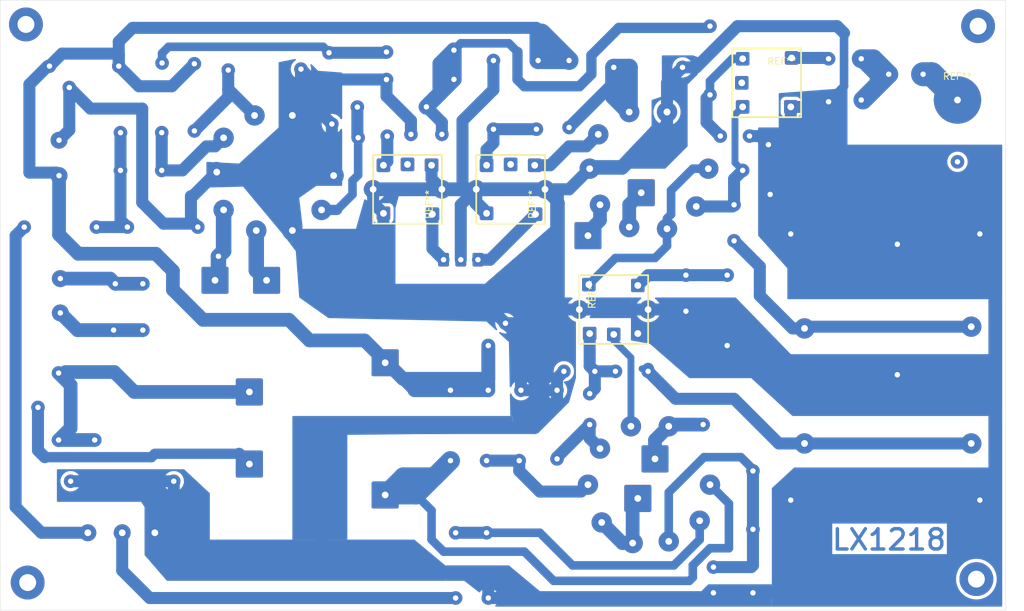
<source format=kicad_pcb>
(kicad_pcb (version 20240108) (generator "pcbnew") (generator_version "8.0")
  (layers (0 "F.Cu" signal) (31 "B.Cu" signal) (34 "B.Paste" user) (35 "F.Paste" user) (36 "B.SilkS" user "B.Silkscreen") (37 "F.SilkS" user "F.Silkscreen") (38 "B.Mask" user) (39 "F.Mask" user) (44 "Edge.Cuts" user))
  (net 0 "")
  (net 1 "GND")
  (footprint "" (layer "F.Cu") (at 166.116 115.824)
    (property "Reference" "")
    (property "Value" "")
  )
  (footprint "" (layer "F.Cu") (at 95.25 74.676)
    (property "Reference" "")
    (property "Value" "")
  )
  (footprint "" (layer "F.Cu") (at 191.262 78.232)
    (property "Reference" "")
    (property "Value" "")
  )
  (footprint "" (layer "F.Cu") (at 87.884 120.65)
    (property "Reference" "")
    (property "Value" "")
  )
  (footprint "" (layer "F.Cu") (at 109.22 90.932)
    (property "Reference" "")
    (property "Value" "")
  )
  (footprint "" (layer "F.Cu") (at 222.25 123.444)
    (property "Reference" "")
    (property "Value" "")
  )
  (footprint "" (layer "F.Cu") (at 134.62 73.66)
    (property "Reference" "")
    (property "Value" "")
  )
  (footprint "" (layer "F.Cu") (at 176.022 116.586)
    (property "Reference" "")
    (property "Value" "")
  )
  (footprint "" (layer "F.Cu") (at 95.504 128.27)
    (property "Reference" "")
    (property "Value" "")
  )
  (footprint "" (layer "F.Cu") (at 98.552 98.298)
    (property "Reference" "")
    (property "Value" "")
  )
  (footprint "" (layer "F.Cu") (at 172.974 122.174)
    (property "Reference" "")
    (property "Value" "")
  )
  (footprint "" (layer "F.Cu") (at 109.22 90.932)
    (property "Reference" "")
    (property "Value" "")
  )
  (footprint "" (layer "F.Cu") (at 179.07 71.12)
    (property "Reference" "")
    (property "Value" "")
  )
  (footprint "" (layer "F.Cu") (at 149.352 117.602)
    (property "Reference" "")
    (property "Value" "")
  )
  (footprint "" (layer "F.Cu") (at 182.372 63.5)
    (property "Reference" "")
    (property "Value" "")
  )
  (footprint "" (layer "F.Cu") (at 140.462 65.278)
    (property "Reference" "")
    (property "Value" "")
  )
  (footprint "" (layer "F.Cu") (at 188.214 69.596)
    (property "Reference" "")
    (property "Value" "")
  )
  (footprint "" (layer "F.Cu") (at 182.372 53.34)
    (property "Reference" "")
    (property "Value" "")
  )
  (footprint "" (layer "F.Cu") (at 213.868 60.452)
    (property "Reference" "")
    (property "Value" "")
  )
  (footprint "" (layer "F.Cu") (at 86.172606 75.446233)
    (property "Reference" "")
    (property "Value" "")
  )
  (footprint "" (layer "F.Cu") (at 164.338 121.158)
    (property "Reference" "")
    (property "Value" "")
  )
  (footprint "" (layer "F.Cu") (at 161.544 58.42)
    (property "Reference" "")
    (property "Value" "")
  )
  (footprint "" (layer "F.Cu") (at 204.724 58.166)
    (property "Reference" "")
    (property "Value" "")
  )
  (footprint "" (layer "F.Cu") (at 87.685505 62.412027)
    (property "Reference" "")
    (property "Value" "")
  )
  (footprint "" (layer "F.Cu") (at 86.106 104.648)
    (property "Reference" "")
    (property "Value" "")
  )
  (footprint "" (layer "F.Cu") (at 144.526 56.896)
    (property "Reference" "")
    (property "Value" "")
  )
  (footprint "" (layer "F.Cu") (at 116.586 90.932)
    (property "Reference" "")
    (property "Value" "")
  )
  (footprint "" (layer "F.Cu") (at 134.366 103.124)
    (property "Reference" "")
    (property "Value" "")
  )
  (footprint "" (layer "F.Cu") (at 109.474 74.93)
    (property "Reference" "")
    (property "Value" "")
  )
  (footprint "" (layer "F.Cu") (at 144.526 61.214)
    (property "Reference" "")
    (property "Value" "")
  )
  (footprint "" (layer "F.Cu") (at 115.062 66.548)
    (property "Reference" "")
    (property "Value" "")
  )
  (footprint "" (layer "F.Cu") (at 150.368 58.42)
    (property "Reference" "")
    (property "Value" "")
  )
  (footprint "" (layer "F.Cu") (at 103.124 120.65)
    (property "Reference" "")
    (property "Value" "")
  )
  (footprint "kicad_lceda:TOKO_10K" (layer "F.Cu") (at 168.148 95.25 90)
    (property "Reference" "REF**")
    (property "Value" "std:1a180a1f4560488fa678b0721da89e53")
  )
  (footprint "" (layer "F.Cu") (at 196.342 115.062)
    (property "Reference" "")
    (property "Value" "")
  )
  (footprint "" (layer "F.Cu") (at 94.488 91.44)
    (property "Reference" "")
    (property "Value" "")
  )
  (footprint "" (layer "F.Cu") (at 126.492 67.818)
    (property "Reference" "")
    (property "Value" "")
  )
  (footprint "" (layer "F.Cu") (at 111.172749 59.836225)
    (property "Reference" "")
    (property "Value" "")
  )
  (footprint "" (layer "F.Cu") (at 165.862 69.342)
    (property "Reference" "")
    (property "Value" "")
  )
  (footprint "" (layer "F.Cu") (at 134.564494 61.232747)
    (property "Reference" "")
    (property "Value" "")
  )
  (footprint "" (layer "F.Cu") (at 178.816 90.17)
    (property "Reference" "")
    (property "Value" "")
  )
  (footprint "" (layer "F.Cu") (at 221.996 53.34)
    (property "Reference" "")
    (property "Value" "")
  )
  (footprint "" (layer "F.Cu") (at 170.942 129.794)
    (property "Reference" "")
    (property "Value" "")
  )
  (footprint "" (layer "F.Cu") (at 156.718 68.58)
    (property "Reference" "")
    (property "Value" "")
  )
  (footprint "mylib:Piazzola" (layer "F.Cu") (at 84.755207 59.254341)
    (property "Reference" " " (hide yes))
    (property "Value" " " (hide yes))
  )
  (footprint "" (layer "F.Cu") (at 143.002 87.884)
    (property "Reference" "")
    (property "Value" "")
  )
  (footprint "" (layer "F.Cu") (at 149.606 100.584)
    (property "Reference" "")
    (property "Value" "")
  )
  (footprint "" (layer "F.Cu") (at 120.65 66.548)
    (property "Reference" "")
    (property "Value" "")
  )
  (footprint "" (layer "F.Cu") (at 188.722 127.762)
    (property "Reference" "")
    (property "Value" "")
  )
  (footprint "kicad_lceda:TOKO_10K" (layer "F.Cu") (at 137.668 77.47 -90)
    (property "Reference" "REF**")
    (property "Value" "std:1a180a1f4560488fa678b0721da89e53")
  )
  (footprint "" (layer "F.Cu") (at 86.172606 70.209275)
    (property "Reference" "")
    (property "Value" "")
  )
  (footprint "" (layer "F.Cu") (at 101.346 74.676)
    (property "Reference" "")
    (property "Value" "")
  )
  (footprint "" (layer "F.Cu") (at 134.564494 57.159558)
    (property "Reference" "")
    (property "Value" "")
  )
  (footprint "" (layer "F.Cu") (at 109.22 90.932)
    (property "Reference" "")
    (property "Value" "")
  )
  (footprint "" (layer "F.Cu") (at 144.78 128.27)
    (property "Reference" "")
    (property "Value" "")
  )
  (footprint "" (layer "F.Cu") (at 176.022 83.312)
    (property "Reference" "")
    (property "Value" "")
  )
  (footprint "" (layer "F.Cu") (at 101.346 69.088)
    (property "Reference" "")
    (property "Value" "")
  )
  (footprint "" (layer "F.Cu") (at 86.36 90.678)
    (property "Reference" "")
    (property "Value" "")
  )
  (footprint "" (layer "F.Cu") (at 204.724 64.262)
    (property "Reference" "")
    (property "Value" "")
  )
  (footprint "" (layer "F.Cu") (at 166.116 79.756)
    (property "Reference" "")
    (property "Value" "")
  )
  (footprint "" (layer "F.Cu") (at 170.434 83.058)
    (property "Reference" "")
    (property "Value" "")
  )
  (footprint "" (layer "F.Cu") (at 185.928 85.09)
    (property "Reference" "")
    (property "Value" "")
  )
  (footprint "" (layer "F.Cu") (at 178.816 95.504)
    (property "Reference" "")
    (property "Value" "")
  )
  (footprint "" (layer "F.Cu") (at 148.082 87.884)
    (property "Reference" "")
    (property "Value" "")
  )
  (footprint "" (layer "F.Cu") (at 138.176 69.342)
    (property "Reference" "")
    (property "Value" "")
  )
  (footprint "" (layer "F.Cu") (at 126.068985 57.275935)
    (property "Reference" "")
    (property "Value" "")
  )
  (footprint "" (layer "F.Cu") (at 176.276 112.522)
    (property "Reference" "")
    (property "Value" "")
  )
  (footprint "" (layer "F.Cu") (at 134.366 122.682)
    (property "Reference" "")
    (property "Value" "")
  )
  (footprint "" (layer "F.Cu") (at 141.732 73.66)
    (property "Reference" "")
    (property "Value" "")
  )
  (footprint "" (layer "F.Cu") (at 83.058 109.728)
    (property "Reference" "")
    (property "Value" "")
  )
  (footprint "" (layer "F.Cu") (at 182.88 137.16)
    (property "Reference" "")
    (property "Value" "")
  )
  (footprint "" (layer "F.Cu") (at 109.22 90.932)
    (property "Reference" "")
    (property "Value" "")
  )
  (footprint "" (layer "F.Cu") (at 222.25 84.074)
    (property "Reference" "")
    (property "Value" "")
  )
  (footprint "" (layer "F.Cu") (at 156.464 73.66)
    (property "Reference" "")
    (property "Value" "")
  )
  (footprint "" (layer "F.Cu") (at 159.766 107.188)
    (property "Reference" "")
    (property "Value" "")
  )
  (footprint "" (layer "F.Cu") (at 86.106 114.554)
    (property "Reference" "")
    (property "Value" "")
  )
  (footprint "" (layer "F.Cu") (at 218.694 64.262)
    (property "Reference" "")
    (property "Value" "")
  )
  (footprint "" (layer "F.Cu") (at 178.308 59.436)
    (property "Reference" "")
    (property "Value" "")
  )
  (footprint "" (layer "F.Cu") (at 168.148 59.436)
    (property "Reference" "")
    (property "Value" "")
  )
  (footprint "" (layer "F.Cu") (at 163.83 84.328)
    (property "Reference" "")
    (property "Value" "")
  )
  (footprint "" (layer "F.Cu") (at 138.176 73.66)
    (property "Reference" "")
    (property "Value" "")
  )
  (footprint "" (layer "F.Cu") (at 182.372 121.158)
    (property "Reference" "")
    (property "Value" "")
  )
  (footprint "" (layer "F.Cu") (at 149.606 107.188)
    (property "Reference" "")
    (property "Value" "")
  )
  (footprint "" (layer "F.Cu") (at 194.31 123.444)
    (property "Reference" "")
    (property "Value" "")
  )
  (footprint "" (layer "F.Cu") (at 149.86 81.026)
    (property "Reference" "")
    (property "Value" "")
  )
  (footprint "" (layer "F.Cu") (at 149.606 137.922)
    (property "Reference" "")
    (property "Value" "")
  )
  (footprint "" (layer "F.Cu") (at 170.434 65.786)
    (property "Reference" "")
    (property "Value" "")
  )
  (footprint "" (layer "F.Cu") (at 144.018 107.188)
    (property "Reference" "")
    (property "Value" "")
  )
  (footprint "" (layer "F.Cu") (at 81.534 135.636)
    (property "Reference" "")
    (property "Value" "")
  )
  (footprint "" (layer "F.Cu") (at 159.766 117.348)
    (property "Reference" "")
    (property "Value" "")
  )
  (footprint "" (layer "F.Cu") (at 106.68 83.058)
    (property "Reference" "")
    (property "Value" "")
  )
  (footprint "" (layer "F.Cu") (at 210.058 85.598)
    (property "Reference" "")
    (property "Value" "")
  )
  (footprint "" (layer "F.Cu") (at 94.234 98.298)
    (property "Reference" "")
    (property "Value" "")
  )
  (footprint "" (layer "F.Cu") (at 142.748 69.342)
    (property "Reference" "")
    (property "Value" "")
  )
  (footprint "" (layer "F.Cu") (at 194.31 84.074)
    (property "Reference" "")
    (property "Value" "")
  )
  (footprint "" (layer "F.Cu") (at 161.544 68.326)
    (property "Reference" "")
    (property "Value" "")
  )
  (footprint "" (layer "F.Cu") (at 95.25 69.088)
    (property "Reference" "")
    (property "Value" "")
  )
  (footprint "" (layer "F.Cu") (at 188.722 119.126)
    (property "Reference" "")
    (property "Value" "")
  )
  (footprint "" (layer "F.Cu") (at 154.178 117.602)
    (property "Reference" "")
    (property "Value" "")
  )
  (footprint "" (layer "F.Cu") (at 182.88 133.35)
    (property "Reference" "")
    (property "Value" "")
  )
  (footprint "" (layer "F.Cu") (at 168.402 104.394)
    (property "Reference" "")
    (property "Value" "")
  )
  (footprint "" (layer "F.Cu") (at 144.018 117.602)
    (property "Reference" "")
    (property "Value" "")
  )
  (footprint "" (layer "F.Cu") (at 208.788 60.452)
    (property "Reference" "")
    (property "Value" "")
  )
  (footprint "" (layer "F.Cu") (at 134.680871 69.61188)
    (property "Reference" "")
    (property "Value" "")
  )
  (footprint "" (layer "F.Cu") (at 181.356 112.268)
    (property "Reference" "")
    (property "Value" "")
  )
  (footprint "" (layer "F.Cu") (at 91.694 83.058)
    (property "Reference" "")
    (property "Value" "")
  )
  (footprint "" (layer "F.Cu") (at 141.224 81.28)
    (property "Reference" "")
    (property "Value" "")
  )
  (footprint "" (layer "F.Cu") (at 180.848 126.492)
    (property "Reference" "")
    (property "Value" "")
  )
  (footprint "" (layer "F.Cu") (at 109.728 87.376)
    (property "Reference" "")
    (property "Value" "")
  )
  (footprint "" (layer "F.Cu") (at 185.928 79.756)
    (property "Reference" "")
    (property "Value" "")
  )
  (footprint "" (layer "F.Cu") (at 220.98 97.79)
    (property "Reference" "")
    (property "Value" "")
  )
  (footprint "" (layer "F.Cu") (at 149.352 128.27)
    (property "Reference" "")
    (property "Value" "")
  )
  (footprint "" (layer "F.Cu") (at 152.146 97.282)
    (property "Reference" "")
    (property "Value" "")
  )
  (footprint "mylib:Piazzola" (layer "F.Cu") (at 94.996368 59.254341)
    (property "Reference" " " (hide yes))
    (property "Value" " " (hide yes))
  )
  (footprint "" (layer "F.Cu") (at 126.746 75.438)
    (property "Reference" "")
    (property "Value" "")
  )
  (footprint "MountingHole:MountingHole_2.5mm_Pad" (layer "F.Cu") (at 218.948 64.262)
    (property "Reference" "REF**")
    (property "Value" "MountingHole_2.5mm_Pad")
  )
  (footprint "" (layer "F.Cu") (at 199.898 58.166)
    (property "Reference" "")
    (property "Value" "")
  )
  (footprint "" (layer "F.Cu") (at 156.464 81.026)
    (property "Reference" "")
    (property "Value" "")
  )
  (footprint "" (layer "F.Cu") (at 166.37 126.746)
    (property "Reference" "")
    (property "Value" "")
  )
  (footprint "" (layer "F.Cu") (at 210.058 104.902)
    (property "Reference" "")
    (property "Value" "")
  )
  (footprint "" (layer "F.Cu") (at 154.432 107.188)
    (property "Reference" "")
    (property "Value" "")
  )
  (footprint "" (layer "F.Cu") (at 170.688 112.522)
    (property "Reference" "")
    (property "Value" "")
  )
  (footprint "" (layer "F.Cu") (at 115.316 83.566)
    (property "Reference" "")
    (property "Value" "")
  )
  (footprint "mylib:Piazzola" (layer "F.Cu") (at 106.168545 58.90521)
    (property "Reference" " " (hide yes))
    (property "Value" " " (hide yes))
  )
  (footprint "" (layer "F.Cu") (at 160.782 104.394)
    (property "Reference" "")
    (property "Value" "")
  )
  (footprint "" (layer "F.Cu") (at 176.276 129.54)
    (property "Reference" "")
    (property "Value" "")
  )
  (footprint "" (layer "F.Cu") (at 183.896 69.596)
    (property "Reference" "")
    (property "Value" "")
  )
  (footprint "" (layer "F.Cu") (at 218.948 73.406)
    (property "Reference" "")
    (property "Value" "")
  )
  (footprint "" (layer "F.Cu") (at 114.3 107.442)
    (property "Reference" "")
    (property "Value" "")
  )
  (footprint "" (layer "F.Cu") (at 116.84 90.932)
    (property "Reference" "")
    (property "Value" "")
  )
  (footprint "" (layer "F.Cu") (at 164.592 112.268)
    (property "Reference" "")
    (property "Value" "")
  )
  (footprint "" (layer "F.Cu") (at 116.84 90.932)
    (property "Reference" "")
    (property "Value" "")
  )
  (footprint "" (layer "F.Cu") (at 184.912 100.584)
    (property "Reference" "")
    (property "Value" "")
  )
  (footprint "" (layer "F.Cu") (at 164.592 107.696)
    (property "Reference" "")
    (property "Value" "")
  )
  (footprint "" (layer "F.Cu") (at 145.542 87.884)
    (property "Reference" "")
    (property "Value" "")
  )
  (footprint "" (layer "F.Cu") (at 153.416 73.66)
    (property "Reference" "")
    (property "Value" "")
  )
  (footprint "" (layer "F.Cu") (at 173.228 104.394)
    (property "Reference" "")
    (property "Value" "")
  )
  (footprint "" (layer "F.Cu") (at 164.592 74.422)
    (property "Reference" "")
    (property "Value" "")
  )
  (footprint "" (layer "F.Cu") (at 173.99 77.216)
    (property "Reference" "")
    (property "Value" "")
  )
  (footprint "" (layer "F.Cu") (at 98.552 91.44)
    (property "Reference" "")
    (property "Value" "")
  )
  (footprint "" (layer "F.Cu") (at 96.266 83.058)
    (property "Reference" "")
    (property "Value" "")
  )
  (footprint "" (layer "F.Cu") (at 164.338 84.328)
    (property "Reference" "")
    (property "Value" "")
  )
  (footprint "kicad_lceda:TOKO_10K" (layer "F.Cu") (at 190.754 61.722)
    (property "Reference" "REF**")
    (property "Value" "std:1a180a1f4560488fa678b0721da89e53")
  )
  (footprint "" (layer "F.Cu") (at 186.69 113.538)
    (property "Reference" "")
    (property "Value" "")
  )
  (footprint "" (layer "F.Cu") (at 130.374928 69.844633)
    (property "Reference" "")
    (property "Value" "")
  )
  (footprint "" (layer "F.Cu") (at 106.172 68.834)
    (property "Reference" "")
    (property "Value" "")
  )
  (footprint "" (layer "F.Cu") (at 199.898 64.516)
    (property "Reference" "")
    (property "Value" "")
  )
  (footprint "" (layer "F.Cu") (at 165.354 104.394)
    (property "Reference" "")
    (property "Value" "")
  )
  (footprint "" (layer "F.Cu") (at 81.026 83.058)
    (property "Reference" "")
    (property "Value" "")
  )
  (footprint "" (layer "F.Cu") (at 196.342 98.044)
    (property "Reference" "")
    (property "Value" "")
  )
  (footprint "" (layer "F.Cu") (at 171.196 117.856)
    (property "Reference" "")
    (property "Value" "")
  )
  (footprint "" (layer "F.Cu") (at 170.434 66.04)
    (property "Reference" "")
    (property "Value" "")
  )
  (footprint "" (layer "F.Cu") (at 221.742 135.128)
    (property "Reference" "")
    (property "Value" "")
  )
  (footprint "" (layer "F.Cu") (at 187.198 74.676)
    (property "Reference" "")
    (property "Value" "")
  )
  (footprint "" (layer "F.Cu") (at 124.968 80.518)
    (property "Reference" "")
    (property "Value" "")
  )
  (footprint "" (layer "F.Cu") (at 90.424 128.27)
    (property "Reference" "")
    (property "Value" "")
  )
  (footprint "" (layer "F.Cu") (at 191.008 70.866)
    (property "Reference" "")
    (property "Value" "")
  )
  (footprint "" (layer "F.Cu") (at 150.368 68.58)
    (property "Reference" "")
    (property "Value" "")
  )
  (footprint "" (layer "F.Cu") (at 86.36 95.758)
    (property "Reference" "")
    (property "Value" "")
  )
  (footprint "" (layer "F.Cu") (at 169.418 121.666)
    (property "Reference" "")
    (property "Value" "")
  )
  (footprint "" (layer "F.Cu") (at 142.748 69.342)
    (property "Reference" "")
    (property "Value" "")
  )
  (footprint "" (layer "F.Cu") (at 165.862 69.342)
    (property "Reference" "")
    (property "Value" "")
  )
  (footprint "" (layer "F.Cu") (at 91.44 114.554)
    (property "Reference" "")
    (property "Value" "")
  )
  (footprint "" (layer "F.Cu") (at 218.694 64.262)
    (property "Reference" "")
    (property "Value" "")
  )
  (footprint "" (layer "F.Cu") (at 176.022 66.04)
    (property "Reference" "")
    (property "Value" "")
  )
  (footprint "" (layer "F.Cu") (at 120.65 83.566)
    (property "Reference" "")
    (property "Value" "")
  )
  (footprint "" (layer "F.Cu") (at 156.972 58.42)
    (property "Reference" "")
    (property "Value" "")
  )
  (footprint "" (layer "F.Cu") (at 182.118 74.422)
    (property "Reference" "")
    (property "Value" "")
  )
  (footprint "" (layer "F.Cu") (at 188.722 137.16)
    (property "Reference" "")
    (property "Value" "")
  )
  (footprint "" (layer "F.Cu") (at 184.912 90.17)
    (property "Reference" "")
    (property "Value" "")
  )
  (footprint "" (layer "F.Cu") (at 180.34 80.01)
    (property "Reference" "")
    (property "Value" "")
  )
  (footprint "" (layer "F.Cu") (at 134.62 81.28)
    (property "Reference" "")
    (property "Value" "")
  )
  (footprint "" (layer "F.Cu") (at 100.33 128.27)
    (property "Reference" "")
    (property "Value" "")
  )
  (footprint "" (layer "F.Cu") (at 81.28 53.086)
    (property "Reference" "")
    (property "Value" "")
  )
  (footprint "" (layer "F.Cu") (at 110.49 69.85)
    (property "Reference" "")
    (property "Value" "")
  )
  (footprint "" (layer "F.Cu") (at 220.98 115.062)
    (property "Reference" "")
    (property "Value" "")
  )
  (footprint "kicad_lceda:TOKO_10K" (layer "F.Cu") (at 152.908 77.47 -90)
    (property "Reference" "REF**")
    (property "Value" "std:1a180a1f4560488fa678b0721da89e53")
  )
  (footprint "" (layer "F.Cu") (at 114.3 118.11)
    (property "Reference" "")
    (property "Value" "")
  )
  (footprint "mylib:Piazzola" (layer "F.Cu") (at 101.397095 58.788834)
    (property "Reference" " " (hide yes))
    (property "Value" " " (hide yes))
  )
  (footprint "" (layer "F.Cu") (at 110.49 80.518)
    (property "Reference" "")
    (property "Value" "")
  )
  (footprint "" (layer "F.Cu") (at 149.86 73.66)
    (property "Reference" "")
    (property "Value" "")
  )
  (footprint "" (layer "F.Cu") (at 146.304 73.66)
    (property "Reference" "")
    (property "Value" "")
  )
  (footprint "" (layer "F.Cu") (at 144.78 137.922)
    (property "Reference" "")
    (property "Value" "")
  )
  (footprint "" (layer "F.Cu") (at 121.92 59.69)
    (property "Reference" "")
    (property "Value" "")
  )
  (footprint "" (layer "F.Cu") (at 130.258551 65.305937)
    (property "Reference" "")
    (property "Value" "")
  )
  (gr_rect (start 77.47 49.53) (end 226.06 139.7) (stroke (width 0.05)) (fill none) (layer "Edge.Cuts"))
  (gr_text "LX1218" (at 200.152 131.064 0) (layer "B.Cu") (effects (font (size 3 3) (thickness 0.5) (bold yes)) (justify left bottom)))
  (segment (start 170.942 129.794) (end 169.418 129.794) (width 2.032) (layer "B.Cu") (net 0))
  (segment (start 207.12 60.562) (end 207.12 61.866) (width 2.286) (layer "B.Cu") (net 0))
  (segment (start 131.318 99.822) (end 123.19 99.822) (width 2.032) (layer "B.Cu") (net 0))
  (segment (start 176.620586 77.633414) (end 176.620586 81.184062) (width 1.27) (layer "B.Cu") (net 0))
  (segment (start 149.860002 87.884) (end 156.591009 81.152993) (width 1.778) (layer "B.Cu") (net 0))
  (segment (start 169.418 129.794) (end 166.37 126.746) (width 2.032) (layer "B.Cu") (net 0))
  (segment (start 134.366 122.682) (end 138.938 122.682) (width 2.794) (layer "B.Cu") (net 0))
  (segment (start 180.848 129.286) (end 177.038 133.096) (width 1.27) (layer "B.Cu") (net 0))
  (segment (start 188.722 118.872) (end 188.722 119.126) (width 1.27) (layer "B.Cu") (net 0))
  (segment (start 204.724 58.166) (end 206.502 58.166) (width 2.794) (layer "B.Cu") (net 0))
  (segment (start 134.366 122.682) (end 137.048 120) (width 2.794) (layer "B.Cu") (net 0))
  (segment (start 84.755207 59.254341) (end 84.493318 59.254341) (width 1.778) (layer "B.Cu") (net 0))
  (segment (start 101.397095 58.788834) (end 101.397095 57.352905) (width 1.27) (layer "B.Cu") (net 0))
  (segment (start 182.118 53.594) (end 168.91 53.594) (width 1.524) (layer "B.Cu") (net 0))
  (segment (start 174.244 87.63) (end 176.022 85.852) (width 1.27) (layer "B.Cu") (net 0))
  (segment (start 204.978 64.262) (end 208.788 60.452) (width 2.794) (layer "B.Cu") (net 0))
  (segment (start 129.54 78.232) (end 129.54 76.2) (width 1.27) (layer "B.Cu") (net 0))
  (segment (start 164.465009 91.567023) (end 168.402032 87.63) (width 1.27) (layer "B.Cu") (net 0))
  (segment (start 164.846 60.452) (end 163.068 62.23) (width 1.524) (layer "B.Cu") (net 0))
  (segment (start 204.724 58.166) (end 207.12 60.562) (width 2.286) (layer "B.Cu") (net 0))
  (segment (start 182.118 74.422) (end 179.832 74.422) (width 1.27) (layer "B.Cu") (net 0))
  (segment (start 182.372 53.34) (end 182.118 53.594) (width 1.27) (layer "B.Cu") (net 0))
  (segment (start 164.084 71.12) (end 165.862 69.342) (width 1.778) (layer "B.Cu") (net 0))
  (segment (start 164.592 114.3) (end 166.116 115.824) (width 1.778) (layer "B.Cu") (net 0))
  (segment (start 101.346 69.088) (end 101.346 74.676) (width 1.778) (layer "B.Cu") (net 0))
  (segment (start 126.068985 57.275935) (end 134.448117 57.275935) (width 1.778) (layer "B.Cu") (net 0))
  (segment (start 148.082 87.884) (end 149.860002 87.884) (width 1.778) (layer "B.Cu") (net 0))
  (segment (start 94.904 57.404) (end 95 57.5) (width 1.778) (layer "B.Cu") (net 0))
  (segment (start 95.504 128.27) (end 95.504 133.858) (width 1.778) (layer "B.Cu") (net 0))
  (segment (start 162.052 133.096) (end 157.226 128.27) (width 1.27) (layer "B.Cu") (net 0))
  (segment (start 142.5 58.922) (end 144.526 56.896) (width 2.286) (layer "B.Cu") (net 0))
  (segment (start 177.038 133.096) (end 162.052 133.096) (width 1.27) (layer "B.Cu") (net 0))
  (segment (start 165.354 104.394) (end 168.402 104.394) (width 1.778) (layer "B.Cu") (net 0))
  (segment (start 220.98 115.062) (end 196.342 115.062) (width 1.778) (layer "B.Cu") (net 0))
  (segment (start 107.95 71.12) (end 109.22 71.12) (width 1.778) (layer "B.Cu") (net 0))
  (segment (start 168.148 59.436) (end 168.148 63.754) (width 2.54) (layer "B.Cu") (net 0))
  (segment (start 157.226 128.27) (end 149.352 128.27) (width 1.27) (layer "B.Cu") (net 0))
  (segment (start 188.722 133.096) (end 188.722 127.762) (width 1.778) (layer "B.Cu") (net 0))
  (segment (start 158.749988 73.914012) (end 161.544 71.12) (width 1.778) (layer "B.Cu") (net 0))
  (segment (start 86.172606 84.172606) (end 89 87) (width 2.032) (layer "B.Cu") (net 0))
  (segment (start 109.728 90.424) (end 109.22 90.932) (width 1.778) (layer "B.Cu") (net 0))
  (segment (start 173.228 104.394) (end 173.228 104.013011) (width 1.778) (layer "B.Cu") (net 0))
  (segment (start 179.832 134.874) (end 179.832 133.096) (width 1.27) (layer "B.Cu") (net 0))
  (segment (start 97.972027 62.23) (end 102.843755 62.23) (width 1.778) (layer "B.Cu") (net 0))
  (segment (start 164.846 57.658) (end 164.846 60.452) (width 1.524) (layer "B.Cu") (net 0))
  (segment (start 166.116 82.042) (end 163.83 84.328) (width 2.032) (layer "B.Cu") (net 0))
  (segment (start 136.996 105.5) (end 134.112 102.616) (width 2.032) (layer "B.Cu") (net 0))
  (segment (start 153.924 57.15) (end 152.654 55.88) (width 1.27) (layer "B.Cu") (net 0))
  (segment (start 161.544 58.42) (end 157.48 54.356) (width 2.794) (layer "B.Cu") (net 0))
  (segment (start 97.028 53.594) (end 95 55.622) (width 1.778) (layer "B.Cu") (net 0))
  (segment (start 156.972 54.356) (end 156.972 58.42) (width 2.54) (layer "B.Cu") (net 0))
  (segment (start 104.394 74.676) (end 107.95 71.12) (width 1.778) (layer "B.Cu") (net 0))
  (segment (start 102.362 56.388) (end 125.18105 56.388) (width 1.27) (layer "B.Cu") (net 0))
  (segment (start 181.864 67.564) (end 181.864 64.008) (width 1.778) (layer "B.Cu") (net 0))
  (segment (start 86.106 114.554) (end 91.44 114.554) (width 2.032) (layer "B.Cu") (net 0))
  (segment (start 94.488 91.44) (end 98.552 91.44) (width 2.032) (layer "B.Cu") (net 0))
  (segment (start 199.77099 58.03899) (end 199.898 58.166) (width 1.778) (layer "B.Cu") (net 0))
  (segment (start 134.112 102.616) (end 131.318 99.822) (width 2.032) (layer "B.Cu") (net 0))
  (segment (start 86.36 90.678) (end 93.726 90.678) (width 2.032) (layer "B.Cu") (net 0))
  (segment (start 86.106 104.648) (end 87.884 106.426) (width 2.032) (layer "B.Cu") (net 0))
  (segment (start 83.566 128.27) (end 90.424 128.27) (width 1.778) (layer "B.Cu") (net 0))
  (segment (start 138.684 107.188) (end 144.018 107.188) (width 2.032) (layer "B.Cu") (net 0))
  (segment (start 185.928 108.458) (end 192.532 115.062) (width 1.778) (layer "B.Cu") (net 0))
  (segment (start 156.972 58.42) (end 161.544 58.42) (width 2.54) (layer "B.Cu") (net 0))
  (segment (start 141.351009 86.233009) (end 143.002 87.884) (width 1.778) (layer "B.Cu") (net 0))
  (segment (start 172.466 77.216) (end 172.466 77.724) (width 1.778) (layer "B.Cu") (net 0))
  (segment (start 134.112 102.616) (end 138.684 107.188) (width 1.778) (layer "B.Cu") (net 0))
  (segment (start 149.606 107.188) (end 149.606 100.584) (width 2.032) (layer "B.Cu") (net 0))
  (segment (start 159.766 117.094) (end 164.592 112.268) (width 1.778) (layer "B.Cu") (net 0))
  (segment (start 134.680871 73.345136) (end 134.112012 73.913995) (width 1.778) (layer "B.Cu") (net 0))
  (segment (start 79.756 84.328) (end 79.756 124.46) (width 1.778) (layer "B.Cu") (net 0))
  (segment (start 186.066289 73.544289) (end 187.198 74.676) (width 1.016) (layer "B.Cu") (net 0))
  (segment (start 170.434 59.436) (end 168.148 59.436) (width 2.54) (layer "B.Cu") (net 0))
  (segment (start 149.352 117.602) (end 154.178 117.602) (width 1.778) (layer "B.Cu") (net 0))
  (segment (start 100.33 116.586) (end 112.776 116.586) (width 1.524) (layer "B.Cu") (net 0))
  (segment (start 87.884 112.776) (end 86.106 114.554) (width 2.032) (layer "B.Cu") (net 0))
  (segment (start 124.968 80.518) (end 127.254 80.518) (width 1.524) (layer "B.Cu") (net 0))
  (segment (start 93.726 90.678) (end 94.488 91.44) (width 2.032) (layer "B.Cu") (net 0))
  (segment (start 168.91 53.594) (end 164.846 57.658) (width 1.524) (layer "B.Cu") (net 0))
  (segment (start 85.726373 75) (end 86.172606 75.446233) (width 1.778) (layer "B.Cu") (net 0))
  (segment (start 154.178 117.602) (end 154.178 119.126) (width 1.778) (layer "B.Cu") (net 0))
  (segment (start 83.058 116.078) (end 83.058 109.728) (width 1.778) (layer "B.Cu") (net 0))
  (segment (start 172.466 77.724) (end 170.434 79.756) (width 2.032) (layer "B.Cu") (net 0))
  (segment (start 129.54 76.2) (end 130.374928 75.365072) (width 1.27) (layer "B.Cu") (net 0))
  (segment (start 79.756 124.46) (end 83.566 128.27) (width 1.778) (layer "B.Cu") (net 0))
  (segment (start 172.72 122.174) (end 170.942 123.952) (width 1.778) (layer "B.Cu") (net 0))
  (segment (start 187.198015 58.165997) (end 185.674003 58.165997) (width 1.27) (layer "B.Cu") (net 0))
  (segment (start 134.448117 57.275935) (end 134.564494 57.159558) (width 1.778) (layer "B.Cu") (net 0))
  (segment (start 95 57.5) (end 95 59.250709) (width 1.778) (layer "B.Cu") (net 0))
  (segment (start 157.226 122.174) (end 163.322 122.174) (width 1.778) (layer "B.Cu") (net 0))
  (segment (start 164.592014 98.805999) (end 164.592014 103.632014) (width 1.778) (layer "B.Cu") (net 0))
  (segment (start 94.234 98.298) (end 98.552 98.298) (width 2.032) (layer "B.Cu") (net 0))
  (segment (start 156.718 53.594) (end 97.028 53.594) (width 1.778) (layer "B.Cu") (net 0))
  (segment (start 154.178 119.126) (end 157.226 122.174) (width 1.778) (layer "B.Cu") (net 0))
  (segment (start 206.502 58.166) (end 208.788 60.452) (width 2.794) (layer "B.Cu") (net 0))
  (segment (start 87.122 104.5) (end 94.34 104.5) (width 2.032) (layer "B.Cu") (net 0))
  (segment (start 140.462 65.278) (end 142.5 63.24) (width 2.286) (layer "B.Cu") (net 0))
  (segment (start 137.048 120) (end 141.62 120) (width 2.794) (layer "B.Cu") (net 0))
  (segment (start 144.78 128.27) (end 149.352 128.27) (width 1.778) (layer "B.Cu") (net 0))
  (segment (start 163.322 122.174) (end 164.338 121.158) (width 1.778) (layer "B.Cu") (net 0))
  (segment (start 174.244 114.554) (end 176.53 112.268) (width 2.032) (layer "B.Cu") (net 0))
  (segment (start 204.724 64.262) (end 204.978 64.262) (width 1.778) (layer "B.Cu") (net 0))
  (segment (start 94.996368 59.254341) (end 97.972027 62.23) (width 1.778) (layer "B.Cu") (net 0))
  (segment (start 141.224 129.286) (end 143.002 131.064) (width 1.27) (layer "B.Cu") (net 0))
  (segment (start 188.468 133.35) (end 188.722 133.096) (width 1.778) (layer "B.Cu") (net 0))
  (segment (start 111.172749 59.836225) (end 111.172749 62.658749) (width 1.778) (layer "B.Cu") (net 0))
  (segment (start 170.942 123.952) (end 170.942 129.794) (width 2.032) (layer "B.Cu") (net 0))
  (segment (start 153.924 61.214) (end 153.924 57.15) (width 1.524) (layer "B.Cu") (net 0))
  (segment (start 163.068 62.23) (end 154.94 62.23) (width 1.524) (layer "B.Cu") (net 0))
  (segment (start 87.884 106.426) (end 87.884 112.776) (width 2.032) (layer "B.Cu") (net 0))
  (segment (start 97.282 107.442) (end 114.3 107.442) (width 2.032) (layer "B.Cu") (net 0))
  (segment (start 168.148001 99.822001) (end 168.148001 98.933012) (width 1.016) (layer "B.Cu") (net 0))
  (segment (start 192.532 115.062) (end 196.342 115.062) (width 1.778) (layer "B.Cu") (net 0))
  (segment (start 170.434 66.04) (end 170.434 59.436) (width 2.54) (layer "B.Cu") (net 0))
  (segment (start 110.49 80.518) (end 110.49 86.614) (width 2.286) (layer "B.Cu") (net 0))
  (segment (start 157.48 54.356) (end 156.718 53.594) (width 1.778) (layer "B.Cu") (net 0))
  (segment (start 187.197997 65.277985) (end 186.066289 66.409693) (width 1.016) (layer "B.Cu") (net 0))
  (segment (start 145.542 55.88) (end 144.526 56.896) (width 1.27) (layer "B.Cu") (net 0))
  (segment (start 182.372 130.556) (end 185.166 130.556) (width 1.27) (layer "B.Cu") (net 0))
  (segment (start 149.606 100.584) (end 149.606 105.5) (width 2.032) (layer "B.Cu") (net 0))
  (segment (start 111.172749 63.833251) (end 111.172749 62.658749) (width 1.778) (layer "B.Cu") (net 0))
  (segment (start 86.605548 57.404) (end 94.904 57.404) (width 1.778) (layer "B.Cu") (net 0))
  (segment (start 130.258551 65.305937) (end 130.258551 69.728256) (width 1.778) (layer "B.Cu") (net 0))
  (segment (start 84.074 117.094) (end 99.822 117.094) (width 1.524) (layer "B.Cu") (net 0))
  (segment (start 180.34 80.01) (end 185.674 80.01) (width 1.778) (layer "B.Cu") (net 0))
  (segment (start 173.228 104.013011) (end 172.339011 104.013011) (width 1.016) (layer "B.Cu") (net 0))
  (segment (start 142.748 69.342) (end 142.748 67.564) (width 1.778) (layer "B.Cu") (net 0))
  (segment (start 120.142 96.774) (end 107.442 96.774) (width 2.032) (layer "B.Cu") (net 0))
  (segment (start 185.166 123.952) (end 182.372 121.158) (width 1.27) (layer "B.Cu") (net 0))
  (segment (start 220.98 97.79) (end 196.596 97.79) (width 1.778) (layer "B.Cu") (net 0))
  (segment (start 185.166 130.556) (end 185.166 123.952) (width 1.27) (layer "B.Cu") (net 0))
  (segment (start 125.18105 56.388) (end 126.068985 57.275935) (width 1.27) (layer "B.Cu") (net 0))
  (segment (start 84.755207 59.254341) (end 86.605548 57.404) (width 1.778) (layer "B.Cu") (net 0))
  (segment (start 81.788 75) (end 85.726373 75) (width 1.778) (layer "B.Cu") (net 0))
  (segment (start 207.12 61.866) (end 204.724 64.262) (width 2.286) (layer "B.Cu") (net 0))
  (segment (start 101.346 74.676) (end 104.394 74.676) (width 1.778) (layer "B.Cu") (net 0))
  (segment (start 149.352012 71.628012) (end 149.352012 73.913995) (width 1.778) (layer "B.Cu") (net 0))
  (segment (start 81.026 83.058) (end 79.756 84.328) (width 1.778) (layer "B.Cu") (net 0))
  (segment (start 142.748 67.564) (end 140.462 65.278) (width 1.778) (layer "B.Cu") (net 0))
  (segment (start 81.788 61.959659) (end 81.788 75) (width 1.778) (layer "B.Cu") (net 0))
  (segment (start 177.292 108.458) (end 185.928 108.458) (width 1.778) (layer "B.Cu") (net 0))
  (segment (start 141.351009 81.152993) (end 141.351009 86.233009) (width 1.778) (layer "B.Cu") (net 0))
  (segment (start 106.172 68.834) (end 111.172749 63.833251) (width 1.778) (layer "B.Cu") (net 0))
  (segment (start 91.694 83.058) (end 96.266 83.058) (width 1.778) (layer "B.Cu") (net 0))
  (segment (start 149.606 105.5) (end 136.996 105.5) (width 2.032) (layer "B.Cu") (net 0))
  (segment (start 134.680871 69.61188) (end 134.680871 73.345136) (width 1.778) (layer "B.Cu") (net 0))
  (segment (start 165.354 104.394) (end 165.354 106.934) (width 1.778) (layer "B.Cu") (net 0))
  (segment (start 168.148 63.754) (end 170.434 66.04) (width 2.54) (layer "B.Cu") (net 0))
  (segment (start 86.54 105.082) (end 87.122 104.5) (width 1.778) (layer "B.Cu") (net 0))
  (segment (start 143.002 131.064) (end 154.94 131.064) (width 1.27) (layer "B.Cu") (net 0))
  (segment (start 159.258 135.382) (end 179.324 135.382) (width 1.27) (layer "B.Cu") (net 0))
  (segment (start 138.938 122.682) (end 144.018 117.602) (width 2.794) (layer "B.Cu") (net 0))
  (segment (start 164.592 112.268) (end 164.592 114.3) (width 1.778) (layer "B.Cu") (net 0))
  (segment (start 144.526 61.214) (end 144.526 56.896) (width 2.286) (layer "B.Cu") (net 0))
  (segment (start 149.352 71.628) (end 149.352012 71.628012) (width 1.778) (layer "B.Cu") (net 0))
  (segment (start 144.018 107.188) (end 149.606 107.188) (width 2.032) (layer "B.Cu") (net 0))
  (segment (start 173.227987 90.17) (end 178.816 90.17) (width 1.778) (layer "B.Cu") (net 0))
  (segment (start 213.868 60.452) (end 215.138 60.452) (width 3.556) (layer "B.Cu") (net 0))
  (segment (start 141.224 124.968) (end 141.224 129.286) (width 1.27) (layer "B.Cu") (net 0))
  (segment (start 86.172606 75.446233) (end 86.172606 84.172606) (width 2.032) (layer "B.Cu") (net 0))
  (segment (start 185.674 80.01) (end 185.928 79.756) (width 1.778) (layer "B.Cu") (net 0))
  (segment (start 157.48 54.356) (end 156.972 54.356) (width 1.778) (layer "B.Cu") (net 0))
  (segment (start 181.483 117.094) (end 186.944 117.094) (width 1.27) (layer "B.Cu") (net 0))
  (segment (start 176.276 129.54) (end 176.276 122.301) (width 1.27) (layer "B.Cu") (net 0))
  (segment (start 215.138 60.452) (end 218.948 64.262) (width 3.556) (layer "B.Cu") (net 0))
  (segment (start 189.738 93.218) (end 194.564 98.044) (width 1.778) (layer "B.Cu") (net 0))
  (segment (start 150.368 68.58) (end 150.368 70.612) (width 1.778) (layer "B.Cu") (net 0))
  (segment (start 95 55.622) (end 95 59.250709) (width 1.778) (layer "B.Cu") (net 0))
  (segment (start 127.254 80.518) (end 129.54 78.232) (width 1.27) (layer "B.Cu") (net 0))
  (segment (start 156.464005 73.914012) (end 158.749988 73.914012) (width 1.778) (layer "B.Cu") (net 0))
  (segment (start 123.19 99.822) (end 120.142 96.774) (width 2.032) (layer "B.Cu") (net 0))
  (segment (start 95.504 133.858) (end 99.568 137.922) (width 1.778) (layer "B.Cu") (net 0))
  (segment (start 141.62 120) (end 144.018 117.602) (width 2.794) (layer "B.Cu") (net 0))
  (segment (start 181.864 64.008) (end 182.372 63.5) (width 1.778) (layer "B.Cu") (net 0))
  (segment (start 185.928 75.946) (end 187.198 74.676) (width 1.778) (layer "B.Cu") (net 0))
  (segment (start 173.228 104.394) (end 177.292 108.458) (width 1.778) (layer "B.Cu") (net 0))
  (segment (start 109.22 71.12) (end 110.49 69.85) (width 1.778) (layer "B.Cu") (net 0))
  (segment (start 86.36 95.758) (end 88.9 98.298) (width 2.032) (layer "B.Cu") (net 0))
  (segment (start 115.316 83.566) (end 115.316 89.408) (width 2.286) (layer "B.Cu") (net 0))
  (segment (start 196.596 97.79) (end 196.342 98.044) (width 1.778) (layer "B.Cu") (net 0))
  (segment (start 109.728 87.376) (end 109.728 90.424) (width 2.286) (layer "B.Cu") (net 0))
  (segment (start 101.397095 57.352905) (end 102.362 56.388) (width 1.27) (layer "B.Cu") (net 0))
  (segment (start 165.354 106.934) (end 164.592 107.696) (width 1.778) (layer "B.Cu") (net 0))
  (segment (start 161.544 68.326) (end 168.148 61.722) (width 1.778) (layer "B.Cu") (net 0))
  (segment (start 182.372 61.468) (end 182.372 63.5) (width 1.27) (layer "B.Cu") (net 0))
  (segment (start 112.776 116.586) (end 114.3 118.11) (width 1.778) (layer "B.Cu") (net 0))
  (segment (start 138.938 122.682) (end 141.224 124.968) (width 1.27) (layer "B.Cu") (net 0))
  (segment (start 110.49 86.614) (end 109.728 87.376) (width 2.286) (layer "B.Cu") (net 0))
  (segment (start 115.316 89.408) (end 116.84 90.932) (width 2.286) (layer "B.Cu") (net 0))
  (segment (start 186.066289 66.409693) (end 186.066289 73.544289) (width 1.016) (layer "B.Cu") (net 0))
  (segment (start 95 59.250709) (end 94.996368 59.254341) (width 1.778) (layer "B.Cu") (net 0))
  (segment (start 130.258551 69.728256) (end 130.374928 69.844633) (width 1.778) (layer "B.Cu") (net 0))
  (segment (start 95.25 82.042) (end 96.266 83.058) (width 1.778) (layer "B.Cu") (net 0))
  (segment (start 174.244 117.348) (end 174.244 114.554) (width 2.032) (layer "B.Cu") (net 0))
  (segment (start 100.462 87) (end 89 87) (width 2.032) (layer "B.Cu") (net 0))
  (segment (start 170.688 102.362) (end 170.688 112.522) (width 1.016) (layer "B.Cu") (net 0))
  (segment (start 168.402032 87.63) (end 174.244 87.63) (width 1.27) (layer "B.Cu") (net 0))
  (segment (start 84.493318 59.254341) (end 81.788 61.959659) (width 1.778) (layer "B.Cu") (net 0))
  (segment (start 185.674003 58.165997) (end 182.372 61.468) (width 1.27) (layer "B.Cu") (net 0))
  (segment (start 176.022 85.852) (end 176.022 83.312) (width 1.27) (layer "B.Cu") (net 0))
  (segment (start 140.462 65.278) (end 144.526 61.214) (width 2.286) (layer "B.Cu") (net 0))
  (segment (start 170.434 79.756) (end 170.434 83.058) (width 2.032) (layer "B.Cu") (net 0))
  (segment (start 156.718 68.58) (end 150.368 68.58) (width 1.778) (layer "B.Cu") (net 0))
  (segment (start 184.912 90.17) (end 178.816 90.17) (width 1.778) (layer "B.Cu") (net 0))
  (segment (start 154.94 62.23) (end 153.924 61.214) (width 1.524) (layer "B.Cu") (net 0))
  (segment (start 176.620586 81.184062) (end 176.022 81.782648) (width 1.27) (layer "B.Cu") (net 0))
  (segment (start 164.592014 103.632014) (end 165.354 104.394) (width 1.778) (layer "B.Cu") (net 0))
  (segment (start 179.832 74.422) (end 176.620586 77.633414) (width 1.27) (layer "B.Cu") (net 0))
  (segment (start 186.944 117.094) (end 188.722 118.872) (width 1.27) (layer "B.Cu") (net 0))
  (segment (start 159.766 117.348) (end 159.766 117.094) (width 1.778) (layer "B.Cu") (net 0))
  (segment (start 194.564 98.044) (end 196.342 98.044) (width 1.778) (layer "B.Cu") (net 0))
  (segment (start 142.5 63.24) (end 142.5 58.922) (width 2.286) (layer "B.Cu") (net 0))
  (segment (start 111.172749 62.658749) (end 115.062 66.548) (width 1.778) (layer "B.Cu") (net 0))
  (segment (start 94.34 104.5) (end 97.282 107.442) (width 2.032) (layer "B.Cu") (net 0))
  (segment (start 152.654 55.88) (end 145.542 55.88) (width 1.27) (layer "B.Cu") (net 0))
  (segment (start 176.022 81.782648) (end 176.022 83.312) (width 1.27) (layer "B.Cu") (net 0))
  (segment (start 176.276 122.301) (end 181.483 117.094) (width 1.27) (layer "B.Cu") (net 0))
  (segment (start 103 89.538) (end 100.462 87) (width 2.032) (layer "B.Cu") (net 0))
  (segment (start 95.25 74.676) (end 95.25 82.042) (width 1.778) (layer "B.Cu") (net 0))
  (segment (start 176.53 112.268) (end 181.356 112.268) (width 2.032) (layer "B.Cu") (net 0))
  (segment (start 179.324 135.382) (end 179.832 134.874) (width 1.27) (layer "B.Cu") (net 0))
  (segment (start 88.9 98.298) (end 94.234 98.298) (width 2.032) (layer "B.Cu") (net 0))
  (segment (start 99.568 137.922) (end 144.78 137.922) (width 1.778) (layer "B.Cu") (net 0))
  (segment (start 179.832 133.096) (end 182.372 130.556) (width 1.27) (layer "B.Cu") (net 0))
  (segment (start 182.88 133.35) (end 188.468 133.35) (width 1.778) (layer "B.Cu") (net 0))
  (segment (start 185.928 85.09) (end 189.738 88.9) (width 1.778) (layer "B.Cu") (net 0))
  (segment (start 168.148001 99.822001) (end 170.688 102.362) (width 1.016) (layer "B.Cu") (net 0))
  (segment (start 130.374928 75.365072) (end 130.374928 69.844633) (width 1.27) (layer "B.Cu") (net 0))
  (segment (start 166.116 79.756) (end 166.116 82.042) (width 2.032) (layer "B.Cu") (net 0))
  (segment (start 102.843755 62.23) (end 106.168545 58.90521) (width 1.778) (layer "B.Cu") (net 0))
  (segment (start 185.928 79.756) (end 185.928 75.946) (width 1.778) (layer "B.Cu") (net 0))
  (segment (start 154.94 131.064) (end 159.258 135.382) (width 1.27) (layer "B.Cu") (net 0))
  (segment (start 194.436989 58.03899) (end 199.77099 58.03899) (width 1.778) (layer "B.Cu") (net 0))
  (segment (start 188.722 127.762) (end 188.722 119.126) (width 1.778) (layer "B.Cu") (net 0))
  (segment (start 99.822 117.094) (end 100.33 116.586) (width 1.524) (layer "B.Cu") (net 0))
  (segment (start 171.703986 91.694001) (end 173.227987 90.17) (width 1.778) (layer "B.Cu") (net 0))
  (segment (start 180.848 126.492) (end 180.848 129.286) (width 1.27) (layer "B.Cu") (net 0))
  (segment (start 107.442 96.774) (end 103 92.332) (width 2.032) (layer "B.Cu") (net 0))
  (segment (start 84.074 117.094) (end 83.058 116.078) (width 1.778) (layer "B.Cu") (net 0))
  (segment (start 150.368 70.612) (end 149.352 71.628) (width 1.778) (layer "B.Cu") (net 0))
  (segment (start 95.25 69.088) (end 95.25 74.676) (width 1.778) (layer "B.Cu") (net 0))
  (segment (start 161.544 71.12) (end 164.084 71.12) (width 1.778) (layer "B.Cu") (net 0))
  (segment (start 183.896 69.596) (end 181.864 67.564) (width 1.778) (layer "B.Cu") (net 0))
  (segment (start 103 92.332) (end 103 89.538) (width 2.032) (layer "B.Cu") (net 0))
  (segment (start 156.972 53.848) (end 156.972 54.356) (width 1.778) (layer "B.Cu") (net 0))
  (segment (start 189.738 88.9) (end 189.738 93.218) (width 1.778) (layer "B.Cu") (net 0))
  (segment (start 193.802 104.902) (end 210.058 104.902) (width 1.778) (layer "B.Cu") (net 1))
  (segment (start 182.118 97.79) (end 184.912 100.584) (width 1.778) (layer "B.Cu") (net 1))
  (segment (start 182.118 137.922) (end 182.88 137.16) (width 1.778) (layer "B.Cu") (net 1))
  (segment (start 157.988001 77.470002) (end 157.988005 77.469998) (width 1.778) (layer "B.Cu") (net 1))
  (segment (start 160.02 79.501993) (end 160.02 94.234) (width 1.778) (layer "B.Cu") (net 1))
  (segment (start 123.952 86.868) (end 132.588 95.504) (width 1.778) (layer "B.Cu") (net 1))
  (segment (start 149.606 137.922) (end 182.118 137.922) (width 1.778) (layer "B.Cu") (net 1))
  (segment (start 176.022 66.04) (end 176.022 61.722) (width 1.778) (layer "B.Cu") (net 1))
  (segment (start 208.534 84.074) (end 210.058 85.598) (width 1.778) (layer "B.Cu") (net 1))
  (segment (start 134.111995 84.327995) (end 134.111995 81.025988) (width 1.778) (layer "B.Cu") (net 1))
  (segment (start 194.31 123.444) (end 222.25 123.444) (width 1.778) (layer "B.Cu") (net 1))
  (segment (start 152.146 97.282) (end 154.178 99.314) (width 1.778) (layer "B.Cu") (net 1))
  (segment (start 121.92 65.278) (end 120.65 66.548) (width 1.778) (layer "B.Cu") (net 1))
  (segment (start 145.542 77.469998) (end 147.827991 77.469998) (width 2.032) (layer "B.Cu") (net 1))
  (segment (start 176.022 67.818) (end 176.022 66.04) (width 1.778) (layer "B.Cu") (net 1))
  (segment (start 103.124 125.476) (end 100.33 128.27) (width 1.778) (layer "B.Cu") (net 1))
  (segment (start 118.618 80.772) (end 118.618 81.534) (width 1.778) (layer "B.Cu") (net 1))
  (segment (start 126.492 75.184) (end 126.746 75.438) (width 1.778) (layer "B.Cu") (net 1))
  (segment (start 147.32 134.112) (end 149.606 136.398) (width 1.778) (layer "B.Cu") (net 1))
  (segment (start 220.726 85.598) (end 222.25 84.074) (width 1.778) (layer "B.Cu") (net 1))
  (segment (start 122.936 60.706) (end 122.936 61.214) (width 1.778) (layer "B.Cu") (net 1))
  (segment (start 142.748005 77.469998) (end 145.542 77.469998) (width 2.032) (layer "B.Cu") (net 1))
  (segment (start 125.222 66.548) (end 126.492 67.818) (width 1.778) (layer "B.Cu") (net 1))
  (segment (start 222.504 104.902) (end 224.536 106.934) (width 1.778) (layer "B.Cu") (net 1))
  (segment (start 154.432 107.188) (end 159.766 107.188) (width 1.778) (layer "B.Cu") (net 1))
  (segment (start 132.588 95.504) (end 150.368 95.504) (width 1.778) (layer "B.Cu") (net 1))
  (segment (start 122.936 61.214) (end 122.954747 61.232747) (width 1.778) (layer "B.Cu") (net 1))
  (segment (start 159.766 105.41) (end 160.782 104.394) (width 1.778) (layer "B.Cu") (net 1))
  (segment (start 147.827995 77.470002) (end 147.827995 79.501988) (width 1.778) (layer "B.Cu") (net 1))
  (segment (start 224.536 86.36) (end 224.536 106.934) (width 1.778) (layer "B.Cu") (net 1))
  (segment (start 176.022 61.722) (end 178.308 59.436) (width 1.778) (layer "B.Cu") (net 1))
  (segment (start 180.34 59.436) (end 186.436 53.34) (width 1.778) (layer "B.Cu") (net 1))
  (segment (start 145.542 79.755997) (end 147.827995 77.470002) (width 1.778) (layer "B.Cu") (net 1))
  (segment (start 123.698 75.184) (end 123.698 75.438) (width 1.778) (layer "B.Cu") (net 1))
  (segment (start 124.968 112.776) (end 124.968 133.604) (width 1.778) (layer "B.Cu") (net 1))
  (segment (start 98.461729 65.532) (end 90.805478 65.532) (width 1.778) (layer "B.Cu") (net 1))
  (segment (start 125.476 134.112) (end 147.32 134.112) (width 1.778) (layer "B.Cu") (net 1))
  (segment (start 142.748001 77.470002) (end 142.748005 77.469998) (width 1.778) (layer "B.Cu") (net 1))
  (segment (start 132.587995 79.501988) (end 134.111995 81.025988) (width 1.778) (layer "B.Cu") (net 1))
  (segment (start 147.827995 79.501988) (end 149.351995 81.025988) (width 2.032) (layer "B.Cu") (net 1))
  (segment (start 105.918 78.486) (end 109.474 74.93) (width 1.778) (layer "B.Cu") (net 1))
  (segment (start 147.827995 77.470002) (end 157.988001 77.470002) (width 2.032) (layer "B.Cu") (net 1))
  (segment (start 121.92 59.69) (end 122.936 60.706) (width 1.778) (layer "B.Cu") (net 1))
  (segment (start 150.368 62.738) (end 145.796 67.31) (width 1.778) (layer "B.Cu") (net 1))
  (segment (start 120.65 83.566) (end 123.952 86.868) (width 1.778) (layer "B.Cu") (net 1))
  (segment (start 169.418 74.422) (end 176.022 67.818) (width 1.778) (layer "B.Cu") (net 1))
  (segment (start 164.592 74.422) (end 169.418 74.422) (width 1.778) (layer "B.Cu") (net 1))
  (segment (start 173.228013 95.250001) (end 163.067989 95.250001) (width 1.778) (layer "B.Cu") (net 1))
  (segment (start 105.664 82.042) (end 105.664 78.486) (width 1.778) (layer "B.Cu") (net 1))
  (segment (start 106.68 83.058) (end 105.664 82.042) (width 1.778) (layer "B.Cu") (net 1))
  (segment (start 150.368 95.504) (end 152.146 97.282) (width 1.778) (layer "B.Cu") (net 1))
  (segment (start 132.587995 77.470002) (end 132.587995 79.501988) (width 1.778) (layer "B.Cu") (net 1))
  (segment (start 194.309985 65.278003) (end 194.309985 69.850015) (width 1.778) (layer "B.Cu") (net 1))
  (segment (start 224.536 106.934) (end 224.536 121.666) (width 1.778) (layer "B.Cu") (net 1))
  (segment (start 191.008 70.866) (end 191.008 77.978) (width 1.778) (layer "B.Cu") (net 1))
  (segment (start 171.703999 98.805986) (end 181.102014 98.805986) (width 1.778) (layer "B.Cu") (net 1))
  (segment (start 199.135997 65.278003) (end 199.898 64.516) (width 1.778) (layer "B.Cu") (net 1))
  (segment (start 194.309985 65.278003) (end 199.135997 65.278003) (width 1.778) (layer "B.Cu") (net 1))
  (segment (start 154.178 99.314) (end 154.178 105.41) (width 1.778) (layer "B.Cu") (net 1))
  (segment (start 178.308 59.436) (end 180.34 59.436) (width 1.778) (layer "B.Cu") (net 1))
  (segment (start 141.224005 73.914012) (end 141.224005 75.945998) (width 1.778) (layer "B.Cu") (net 1))
  (segment (start 104.902 132.842) (end 104.902 134.112) (width 1.778) (layer "B.Cu") (net 1))
  (segment (start 134.564494 63.698494) (end 138.176 67.31) (width 1.778) (layer "B.Cu") (net 1))
  (segment (start 224.028 121.666) (end 222.25 123.444) (width 1.778) (layer "B.Cu") (net 1))
  (segment (start 124.46 74.422) (end 123.698 75.184) (width 1.778) (layer "B.Cu") (net 1))
  (segment (start 161.544002 77.469998) (end 164.592 74.422) (width 1.778) (layer "B.Cu") (net 1))
  (segment (start 194.056 137.16) (end 194.31 136.906) (width 1.778) (layer "B.Cu") (net 1))
  (segment (start 98.461729 79.411729) (end 98.461729 65.532) (width 1.778) (layer "B.Cu") (net 1))
  (segment (start 105.664 78.486) (end 105.918 78.486) (width 1.778) (layer "B.Cu") (net 1))
  (segment (start 123.952 86.868) (end 125.222 85.598) (width 1.778) (layer "B.Cu") (net 1))
  (segment (start 159.004001 95.249999) (end 163.067987 95.249999) (width 1.778) (layer "B.Cu") (net 1))
  (segment (start 156.464 112.776) (end 124.968 112.776) (width 1.778) (layer "B.Cu") (net 1))
  (segment (start 120.65 78.486) (end 120.65 83.566) (width 1.778) (layer "B.Cu") (net 1))
  (segment (start 186.436 53.34) (end 201.168 53.34) (width 1.778) (layer "B.Cu") (net 1))
  (segment (start 106.172 82.55) (end 101.6 82.55) (width 1.778) (layer "B.Cu") (net 1))
  (segment (start 123.698 75.438) (end 120.65 78.486) (width 1.778) (layer "B.Cu") (net 1))
  (segment (start 179.832 95.504) (end 182.118 97.79) (width 1.778) (layer "B.Cu") (net 1))
  (segment (start 145.796 77.215998) (end 145.542 77.469998) (width 1.778) (layer "B.Cu") (net 1))
  (segment (start 181.102014 98.805986) (end 182.118 97.79) (width 1.778) (layer "B.Cu") (net 1))
  (segment (start 112.776 74.93) (end 118.618 80.772) (width 1.778) (layer "B.Cu") (net 1))
  (segment (start 163.067989 95.250001) (end 163.067987 95.249999) (width 1.778) (layer "B.Cu") (net 1))
  (segment (start 160.02 94.234) (end 159.004001 95.249999) (width 1.778) (layer "B.Cu") (net 1))
  (segment (start 194.31 136.906) (end 194.31 123.444) (width 1.778) (layer "B.Cu") (net 1))
  (segment (start 103.124 120.65) (end 103.124 125.476) (width 1.778) (layer "B.Cu") (net 1))
  (segment (start 147.827991 77.469998) (end 147.827995 77.470002) (width 1.778) (layer "B.Cu") (net 1))
  (segment (start 173.228013 95.250001) (end 178.562001 95.250001) (width 1.778) (layer "B.Cu") (net 1))
  (segment (start 184.912 100.584) (end 189.484 100.584) (width 1.778) (layer "B.Cu") (net 1))
  (segment (start 101.6 82.55) (end 98.461729 79.411729) (width 1.778) (layer "B.Cu") (net 1))
  (segment (start 124.968 133.604) (end 125.476 134.112) (width 1.778) (layer "B.Cu") (net 1))
  (segment (start 191.008 77.978) (end 191.262 78.232) (width 1.778) (layer "B.Cu") (net 1))
  (segment (start 109.474 74.93) (end 112.776 74.93) (width 1.778) (layer "B.Cu") (net 1))
  (segment (start 182.88 137.16) (end 188.722 137.16) (width 1.778) (layer "B.Cu") (net 1))
  (segment (start 157.988005 77.469998) (end 160.02 79.501993) (width 1.778) (layer "B.Cu") (net 1))
  (segment (start 134.112 85.598) (end 134.112 84.328) (width 1.778) (layer "B.Cu") (net 1))
  (segment (start 145.542 87.884) (end 145.542 79.755997) (width 1.778) (layer "B.Cu") (net 1))
  (segment (start 118.618 81.534) (end 120.65 83.566) (width 1.778) (layer "B.Cu") (net 1))
  (segment (start 141.224005 75.945998) (end 142.748005 77.469998) (width 1.778) (layer "B.Cu") (net 1))
  (segment (start 156.972 97.282) (end 159.004001 95.249999) (width 1.778) (layer "B.Cu") (net 1))
  (segment (start 145.796 67.31) (end 145.796 77.215998) (width 1.778) (layer "B.Cu") (net 1))
  (segment (start 193.294 70.866) (end 191.008 70.866) (width 1.778) (layer "B.Cu") (net 1))
  (segment (start 126.492 67.818) (end 126.492 75.184) (width 1.778) (layer "B.Cu") (net 1))
  (segment (start 210.058 104.902) (end 222.504 104.902) (width 1.778) (layer "B.Cu") (net 1))
  (segment (start 188.214 69.596) (end 189.738 69.596) (width 1.778) (layer "B.Cu") (net 1))
  (segment (start 210.058 85.598) (end 220.726 85.598) (width 1.778) (layer "B.Cu") (net 1))
  (segment (start 189.484 100.584) (end 193.802 104.902) (width 1.778) (layer "B.Cu") (net 1))
  (segment (start 194.31 84.074) (end 208.534 84.074) (width 1.778) (layer "B.Cu") (net 1))
  (segment (start 132.587995 77.470002) (end 142.748001 77.470002) (width 2.032) (layer "B.Cu") (net 1))
  (segment (start 134.112 84.328) (end 134.111995 84.327995) (width 1.778) (layer "B.Cu") (net 1))
  (segment (start 87.685505 68.696376) (end 86.172606 70.209275) (width 1.778) (layer "B.Cu") (net 1))
  (segment (start 202.184 62.23) (end 199.898 64.516) (width 1.27) (layer "B.Cu") (net 1))
  (segment (start 138.176 67.31) (end 138.176 69.342) (width 1.778) (layer "B.Cu") (net 1))
  (segment (start 149.606 136.398) (end 149.606 137.922) (width 1.778) (layer "B.Cu") (net 1))
  (segment (start 120.65 66.548) (end 125.222 66.548) (width 1.778) (layer "B.Cu") (net 1))
  (segment (start 126.746 75.438) (end 125.73 74.422) (width 1.778) (layer "B.Cu") (net 1))
  (segment (start 150.368 58.42) (end 150.368 62.738) (width 1.778) (layer "B.Cu") (net 1))
  (segment (start 154.432 105.664) (end 154.432 107.188) (width 1.778) (layer "B.Cu") (net 1))
  (segment (start 104.902 134.112) (end 125.476 134.112) (width 1.778) (layer "B.Cu") (net 1))
  (segment (start 191.262 78.232) (end 191.262 81.026) (width 1.778) (layer "B.Cu") (net 1))
  (segment (start 122.954747 61.232747) (end 134.564494 61.232747) (width 1.778) (layer "B.Cu") (net 1))
  (segment (start 121.92 59.69) (end 121.92 65.278) (width 1.778) (layer "B.Cu") (net 1))
  (segment (start 178.562001 95.250001) (end 178.816 95.504) (width 1.778) (layer "B.Cu") (net 1))
  (segment (start 152.146 97.282) (end 156.972 97.282) (width 1.778) (layer "B.Cu") (net 1))
  (segment (start 201.168 53.34) (end 202.184 54.356) (width 1.778) (layer "B.Cu") (net 1))
  (segment (start 191.262 81.026) (end 194.31 84.074) (width 1.778) (layer "B.Cu") (net 1))
  (segment (start 100.33 128.27) (end 104.902 132.842) (width 1.778) (layer "B.Cu") (net 1))
  (segment (start 125.222 85.598) (end 134.112 85.598) (width 1.778) (layer "B.Cu") (net 1))
  (segment (start 90.805478 65.532) (end 87.685505 62.412027) (width 1.778) (layer "B.Cu") (net 1))
  (segment (start 87.685505 62.412027) (end 87.685505 68.696376) (width 1.778) (layer "B.Cu") (net 1))
  (segment (start 222.25 84.074) (end 224.536 86.36) (width 1.778) (layer "B.Cu") (net 1))
  (segment (start 134.564494 61.232747) (end 134.564494 63.698494) (width 1.778) (layer "B.Cu") (net 1))
  (segment (start 87.884 120.65) (end 103.124 120.65) (width 1.778) (layer "B.Cu") (net 1))
  (segment (start 154.178 105.41) (end 154.432 105.664) (width 1.778) (layer "B.Cu") (net 1))
  (segment (start 189.738 69.596) (end 191.008 70.866) (width 1.778) (layer "B.Cu") (net 1))
  (segment (start 157.988005 77.469998) (end 161.544002 77.469998) (width 1.778) (layer "B.Cu") (net 1))
  (segment (start 159.766 109.474) (end 156.464 112.776) (width 1.778) (layer "B.Cu") (net 1))
  (segment (start 178.816 95.504) (end 179.832 95.504) (width 1.778) (layer "B.Cu") (net 1))
  (segment (start 106.68 83.058) (end 106.172 82.55) (width 1.778) (layer "B.Cu") (net 1))
  (segment (start 202.184 54.356) (end 202.184 62.23) (width 1.27) (layer "B.Cu") (net 1))
  (segment (start 188.722 137.16) (end 194.056 137.16) (width 1.778) (layer "B.Cu") (net 1))
  (segment (start 159.766 107.188) (end 159.766 109.474) (width 1.778) (layer "B.Cu") (net 1))
  (segment (start 159.766 107.188) (end 159.766 105.41) (width 1.778) (layer "B.Cu") (net 1))
  (segment (start 194.309985 69.850015) (end 193.294 70.866) (width 1.778) (layer "B.Cu") (net 1))
  (segment (start 125.73 74.422) (end 124.46 74.422) (width 1.778) (layer "B.Cu") (net 1))
  (zone (net 1) (net_name "GND") (layer "B.Cu") (priority 8) (connect_pads yes (clearance 0.5)) (min_thickness 0.25) (fill yes (thermal_gap 0.5) (thermal_bridge_width 0.5))
    (polygon (pts (xy 122.428 57.912) (xy 118.618 58.674) (xy 118.618 65.786) (xy 118.618 68.326) (xy 112.776 73.66) (xy 107.95 73.406) (xy 107.95 77.216) (xy 113.361978 77.074828) (xy 120.375673 85.480776) (xy 122.174 83.058) (xy 121.666 78.74) (xy 124.206 76.962) (xy 128.016 76.962) (xy 128.016 60.198) (xy 124.46 59.944)))
  )
  (zone (net 1) (net_name "GND") (layer "B.Cu") (priority 5) (connect_pads yes (clearance 0.5)) (min_thickness 0.25) (fill yes (thermal_gap 0.5) (thermal_bridge_width 0.5))
    (polygon (pts (xy 143.256 135.382) (xy 146.05 135.382) (xy 148.336 137.16) (xy 148.59 139.7) (xy 226.06 139.7) (xy 226.06 135.89) (xy 182.118 135.89) (xy 181.102 136.906) (xy 157.226 136.906) (xy 152.654 133.096) (xy 143.256 133.096)))
  )
  (zone (net 1) (net_name "GND") (layer "B.Cu") (priority 7) (connect_pads yes (clearance 0.5)) (min_thickness 0.25) (fill yes (thermal_gap 0.5) (thermal_bridge_width 0.5))
    (polygon (pts (xy 223.52 110.998) (xy 223.52 118.618) (xy 194.818 118.618) (xy 191.516 121.666) (xy 191.516 139.7) (xy 226.06 139.7) (xy 226.06 110.998)))
  )
  (zone (net 1) (net_name "GND") (layer "B.Cu") (priority 2) (connect_pads yes (clearance 0.5)) (min_thickness 0.25) (fill yes (thermal_gap 0.5) (thermal_bridge_width 0.5))
    (polygon (pts (xy 120.65 83.312) (xy 130.048 83.312) (xy 132.08 76.2) (xy 136.652 77.47) (xy 135.89 80.264) (xy 135.89 91.44) (xy 149.098 91.44) (xy 158.75 83.058) (xy 158.75 76.962) (xy 160.782 76.962) (xy 160.782 93.472) (xy 170.688 93.472) (xy 170.688 96.52) (xy 162.56 96.52) (xy 162.56 104.14) (xy 162.56 105.41) (xy 161.544 108.966) (xy 156.972 113.538) (xy 152.908 113.538) (xy 152.654 100.076) (xy 149.352 97.028) (xy 125.984 96.52) (xy 121.666 93.472) (xy 121.158 86.614) (xy 119.033625 83.844955) (xy 120.65 82.55)))
  )
  (zone (net 1) (net_name "GND") (layer "B.Cu") (connect_pads yes (clearance 0.5)) (min_thickness 0.25) (fill yes (thermal_gap 0.5) (thermal_bridge_width 0.5))
    (polygon (pts (xy 202.692 62.484) (xy 192.532 63.246) (xy 192.532 68.326) (xy 189.484 68.326) (xy 189.484 84.328) (xy 193.802 89.154) (xy 193.802 93.726) (xy 225.806 93.726) (xy 226.06 70.866) (xy 202.692 70.866) (xy 202.692 66.548) (xy 202.692 65.024)))
  )
  (zone (net 1) (net_name "GND") (layer "B.Cu") (priority 3) (connect_pads yes (clearance 0.5)) (min_thickness 0.25) (fill yes (thermal_gap 0.5) (thermal_bridge_width 0.5))
    (polygon (pts (xy 153.162 110.998) (xy 120.65 110.998) (xy 120.65 134.874) (xy 128.778 134.874) (xy 128.778 113.792) (xy 153.162 113.538)))
  )
  (zone (net 1) (net_name "GND") (layer "B.Cu") (priority 4) (connect_pads yes (clearance 0.5)) (min_thickness 0.25) (fill yes (thermal_gap 0.5) (thermal_bridge_width 0.5))
    (polygon (pts (xy 85.852 123.698) (xy 98.298 123.698) (xy 98.806 124.46) (xy 98.806 131.572) (xy 102.108 135.382) (xy 143.256 135.382) (xy 143.256 133.096) (xy 138.684 129.286) (xy 108.458 129.286) (xy 108.458 122.428) (xy 104.648 118.872) (xy 85.852 118.872)))
  )
  (zone (net 1) (net_name "GND") (layer "B.Cu") (priority 9) (connect_pads yes (clearance 0.5)) (min_thickness 0.25) (fill yes (thermal_gap 0.5) (thermal_bridge_width 0.5))
    (polygon (pts (xy 164.338 73.152) (xy 164.338 75.184) (xy 169.926 75.184) (xy 170.688 74.422) (xy 175.768 74.422) (xy 179.07 71.12) (xy 179.07 61.976) (xy 180.594 60.452) (xy 180.594 57.912) (xy 179.832 57.658) (xy 175.26 57.658) (xy 175.26 63.754) (xy 173.736 64.262) (xy 173.736 68.072) (xy 168.91 73.152)))
  )
  (zone (net 1) (net_name "GND") (layer "B.Cu") (priority 6) (connect_pads yes (clearance 0.5)) (min_thickness 0.25) (fill yes (thermal_gap 0.5) (thermal_bridge_width 0.5))
    (polygon (pts (xy 223.52 93.726) (xy 223.52 101.854) (xy 194.31 101.854) (xy 186.182 93.472) (xy 170.688 93.472) (xy 170.688 99.822) (xy 173.482 100.33) (xy 179.324 105.41) (xy 188.468 105.41) (xy 194.564 110.998) (xy 226.06 110.998) (xy 225.806 93.726)))
  )
)
</source>
